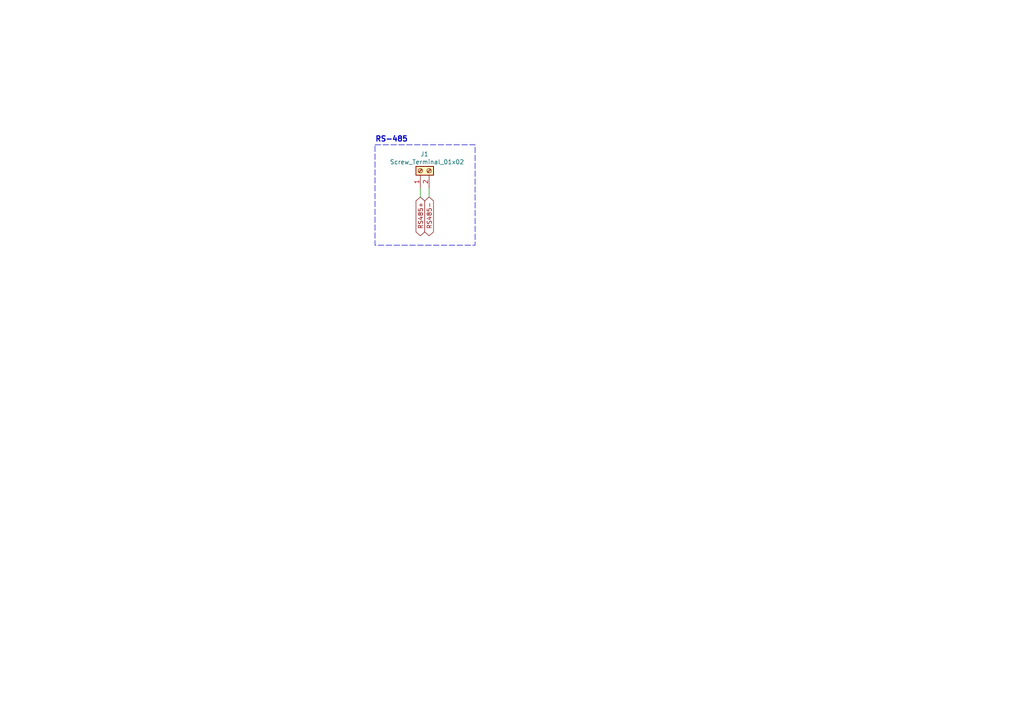
<source format=kicad_sch>
(kicad_sch (version 20231120) (generator "eeschema") (generator_version "8.0")
  (paper "A4")
  (title_block (title "ATL100 (Multiparametric Station)") (date "2024-07-01") (rev "v0.1.0-alpha") (company "AgroTechLab (Laboratório de Desenvolvimento de Tecnologias para o Agrongócio)") (comment 1 "IFSC/Lages (Instituto Federal de Santa Catarina)") (comment 2 "Confidential (access prohibited without signing a non-disclosure agreement)") (comment 3 "Author: Robson Costa (robson.costa@ifsc.edu.br)"))
  (lib_symbols
    (symbol "Connector:Screw_Terminal_01x02" (pin_names (offset 1.016) hide)
      (property "Reference" "J" (at 0 2.54 0))
      (property "Value" "Screw_Terminal_01x02" (at 0 -5.08 0))
      (symbol "Screw_Terminal_01x02_1_1"
        (rectangle (start -1.27 1.27) (end 1.27 -3.81) (stroke (width 0.254)) (fill (type background)))
        (circle (center 0 -2.54) (radius 0.635) (stroke (width 0.1524)))
        (polyline (pts (xy -0.5334 -2.2098) (xy 0.3302 -3.048)) (stroke (width 0.1524)))
        (polyline (pts (xy -0.5334 0.3302) (xy 0.3302 -0.508)) (stroke (width 0.1524)))
        (polyline (pts (xy -0.3556 -2.032) (xy 0.508 -2.8702)) (stroke (width 0.1524)))
        (polyline (pts (xy -0.3556 0.508) (xy 0.508 -0.3302)) (stroke (width 0.1524)))
        (circle (center 0 0) (radius 0.635) (stroke (width 0.1524)))
        (pin passive line (at -5.08 0 0) (length 3.81) (name "Pin_1") (number "1"))
        (pin passive line (at -5.08 -2.54 0) (length 3.81) (name "Pin_2") (number "2"))
      )
    )
  )
  (wire (pts (xy 121.92 54.61) (xy 121.92 57.15)))
  (wire (pts (xy 124.46 54.61) (xy 124.46 57.15)))
  (rectangle (start 108.767 42.001) (end 137.795 71.12) (stroke (width 0) (type dash)))
  (text "RS-485" (at 108.767 41.366 0) (effects (font (size 1.524 1.524) (thickness 0.3048) (bold yes)) (justify left bottom)))
  (global_label "RS485-" (shape bidirectional) (at 124.46 57.15 270) (property "Intersheetrefs" "${INTERSHEET_REFS}" (effects (hide yes))))
  (global_label "RS485+" (shape bidirectional) (at 121.92 57.15 270) (property "Intersheetrefs" "${INTERSHEET_REFS}" (effects (hide yes))))
  (symbol (lib_id "Connector:Screw_Terminal_01x02") (at 121.92 49.53 90) (unit 1)
    (property "Reference" "J1" (at 121.92 44.704 90) (effects (justify right)))
    (property "Value" "Screw_Terminal_01x02" (at 113.03 46.99 90) (effects (justify right)))
    (property "Description" "Fixed Terminal Blocks Terminal block, screw type, 5.00, horizontal, 2 poles, CUI Blue, slotted screw, PCB mount" (effects (hide yes)))
    (property "Manufacturer" "CUI Devices" (effects (hide yes)))
    (property "Part Number" "TB001-500-02BE" (effects (hide yes)))
  )
)
</source>
